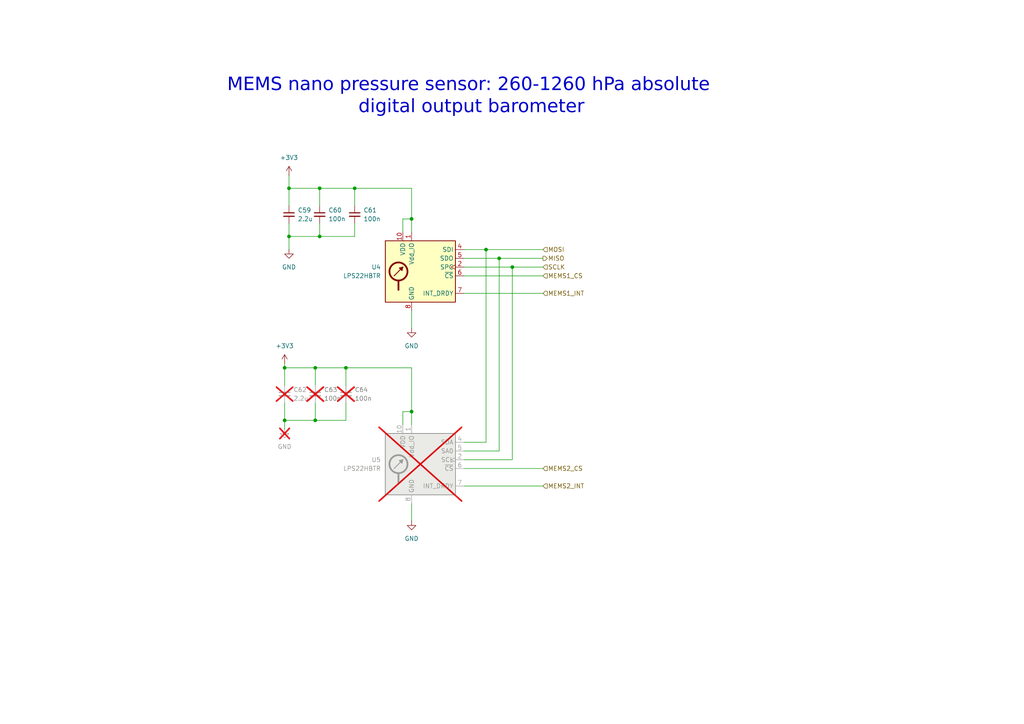
<source format=kicad_sch>
(kicad_sch (version 20250114) (generator "eeschema") (generator_version "9.0")
  (paper "A4")
  (lib_symbols
    (symbol "Device:C_Small" (pin_numbers (hide yes)) (pin_names (offset 0.254) (hide yes))
      (property "Reference" "C" (at 0.254 1.778 0))
      (property "Value" "C_Small" (at 0.254 -2.032 0))
      (symbol "C_Small_0_1"
        (polyline (pts (xy -1.524 0.508) (xy 1.524 0.508)) (stroke (width 0.3048)))
        (polyline (pts (xy -1.524 -0.508) (xy 1.524 -0.508)) (stroke (width 0.3302)))
      )
      (symbol "C_Small_1_1"
        (pin passive line (at 0 2.54 270) (length 2.032) (name "~") (number "1"))
        (pin passive line (at 0 -2.54 90) (length 2.032) (name "~") (number "2"))
      )
    )
    (symbol "Sensor_Pressure:LPS22HB"
      (property "Reference" "U" (at -11.43 1.27 0))
      (property "Value" "LPS22HB" (at -11.43 -1.27 0))
      (symbol "LPS22HB_0_1"
        (rectangle (start -10.16 10.16) (end 10.16 -7.62) (stroke (width 0.254)) (fill (type background)))
        (polyline (pts (xy -7.62 0) (xy -5.08 2.54)) (stroke (width 0.254)))
        (circle (center -6.35 1.27) (radius 2.6162) (stroke (width 0.508)))
        (polyline (pts (xy -6.35 -1.524) (xy -6.35 -4.064)) (stroke (width 0.508)))
        (polyline (pts (xy -5.08 2.54) (xy -5.334 1.524) (xy -6.096 2.286) (xy -5.08 2.54)) (stroke (width 0.254)) (fill (type outline)))
      )
      (symbol "LPS22HB_1_1"
        (pin power_in line (at -5.08 12.7 270) (length 2.54) (name "VDD") (number "10"))
        (pin power_in line (at -2.54 12.7 270) (length 2.54) (name "Vdd_IO") (number "1"))
        (pin passive line (at -2.54 -10.16 90) (length 2.54) (hide yes) (name "GND") (number "3"))
        (pin power_in line (at -2.54 -10.16 90) (length 2.54) (name "GND") (number "8"))
        (pin passive line (at -2.54 -10.16 90) (length 2.54) (hide yes) (name "GND") (number "9"))
        (pin bidirectional line (at 12.7 7.62 180) (length 2.54) (name "SDA") (number "4") (alternate "SDI" input line))
        (pin input line (at 12.7 5.08 180) (length 2.54) (name "SA0") (number "5") (alternate "SDO" output line))
        (pin input clock (at 12.7 2.54 180) (length 2.54) (name "SCL") (number "2") (alternate "SPC" input clock))
        (pin input line (at 12.7 0 180) (length 2.54) (name "~{CS}") (number "6"))
        (pin output line (at 12.7 -5.08 180) (length 2.54) (name "INT_DRDY") (number "7"))
      )
    )
    (symbol "power:+3V3" (power) (pin_numbers (hide yes)) (pin_names (offset 0) (hide yes))
      (property "Value" "+3V3" (at 0 3.556 0))
      (symbol "+3V3_0_1"
        (polyline (pts (xy -0.762 1.27) (xy 0 2.54)))
        (polyline (pts (xy 0 2.54) (xy 0.762 1.27)))
        (polyline (pts (xy 0 0) (xy 0 2.54)))
      )
      (symbol "+3V3_1_1"
        (pin power_in line (at 0 0 90) (length 0) (name "~") (number "1"))
      )
    )
    (symbol "power:GND" (power) (pin_numbers (hide yes)) (pin_names (offset 0) (hide yes))
      (property "Value" "GND" (at 0 -3.81 0))
      (symbol "GND_0_1"
        (polyline (pts (xy 0 0) (xy 0 -1.27) (xy 1.27 -1.27) (xy 0 -2.54) (xy -1.27 -1.27) (xy 0 -1.27)))
      )
      (symbol "GND_1_1"
        (pin power_in line (at 0 0 270) (length 0) (name "~") (number "1"))
      )
    )
  )
  (text "MEMS nano pressure sensor: 260-1260 hPa absolute\n digital output barometer" (at 135.89 28.956 0) (effects (font (size 3.81 3.81))))
  (junction (at 148.59 77.47))
  (junction (at 83.82 68.58))
  (junction (at 119.38 119.38))
  (junction (at 82.55 106.68))
  (junction (at 144.78 74.93))
  (junction (at 119.38 63.5))
  (junction (at 82.55 121.92))
  (junction (at 100.33 106.68))
  (junction (at 92.71 68.58))
  (junction (at 140.97 72.39))
  (junction (at 92.71 54.61))
  (junction (at 102.87 54.61))
  (junction (at 91.44 121.92))
  (junction (at 83.82 54.61))
  (junction (at 91.44 106.68))
  (wire (pts (xy 119.38 63.5) (xy 119.38 54.61)))
  (wire (pts (xy 134.62 74.93) (xy 144.78 74.93)))
  (wire (pts (xy 134.62 128.27) (xy 140.97 128.27)))
  (wire (pts (xy 83.82 54.61) (xy 83.82 50.8)))
  (wire (pts (xy 134.62 72.39) (xy 140.97 72.39)))
  (wire (pts (xy 102.87 64.77) (xy 102.87 68.58)))
  (wire (pts (xy 119.38 151.13) (xy 119.38 146.05)))
  (wire (pts (xy 83.82 68.58) (xy 83.82 72.39)))
  (wire (pts (xy 100.33 106.68) (xy 100.33 111.76)))
  (wire (pts (xy 92.71 68.58) (xy 83.82 68.58)))
  (wire (pts (xy 91.44 106.68) (xy 91.44 111.76)))
  (wire (pts (xy 91.44 106.68) (xy 100.33 106.68)))
  (wire (pts (xy 102.87 54.61) (xy 102.87 59.69)))
  (wire (pts (xy 83.82 54.61) (xy 83.82 59.69)))
  (wire (pts (xy 134.62 85.09) (xy 157.48 85.09)))
  (wire (pts (xy 144.78 130.81) (xy 144.78 74.93)))
  (wire (pts (xy 92.71 54.61) (xy 83.82 54.61)))
  (wire (pts (xy 140.97 128.27) (xy 140.97 72.39)))
  (wire (pts (xy 140.97 72.39) (xy 157.48 72.39)))
  (wire (pts (xy 148.59 77.47) (xy 157.48 77.47)))
  (wire (pts (xy 100.33 116.84) (xy 100.33 121.92)))
  (wire (pts (xy 119.38 123.19) (xy 119.38 119.38)))
  (wire (pts (xy 116.84 67.31) (xy 116.84 63.5)))
  (wire (pts (xy 119.38 90.17) (xy 119.38 95.25)))
  (wire (pts (xy 92.71 64.77) (xy 92.71 68.58)))
  (wire (pts (xy 102.87 54.61) (xy 92.71 54.61)))
  (wire (pts (xy 119.38 67.31) (xy 119.38 63.5)))
  (wire (pts (xy 134.62 133.35) (xy 148.59 133.35)))
  (wire (pts (xy 82.55 106.68) (xy 91.44 106.68)))
  (wire (pts (xy 82.55 105.41) (xy 82.55 106.68)))
  (wire (pts (xy 116.84 119.38) (xy 119.38 119.38)))
  (wire (pts (xy 134.62 140.97) (xy 157.48 140.97)))
  (wire (pts (xy 91.44 121.92) (xy 82.55 121.92)))
  (wire (pts (xy 116.84 63.5) (xy 119.38 63.5)))
  (wire (pts (xy 92.71 54.61) (xy 92.71 59.69)))
  (wire (pts (xy 100.33 121.92) (xy 91.44 121.92)))
  (wire (pts (xy 134.62 130.81) (xy 144.78 130.81)))
  (wire (pts (xy 119.38 119.38) (xy 119.38 106.68)))
  (wire (pts (xy 134.62 77.47) (xy 148.59 77.47)))
  (wire (pts (xy 102.87 68.58) (xy 92.71 68.58)))
  (wire (pts (xy 148.59 133.35) (xy 148.59 77.47)))
  (wire (pts (xy 91.44 116.84) (xy 91.44 121.92)))
  (wire (pts (xy 82.55 116.84) (xy 82.55 121.92)))
  (wire (pts (xy 134.62 80.01) (xy 157.48 80.01)))
  (wire (pts (xy 134.62 135.89) (xy 157.48 135.89)))
  (wire (pts (xy 144.78 74.93) (xy 157.48 74.93)))
  (wire (pts (xy 82.55 121.92) (xy 82.55 124.46)))
  (wire (pts (xy 100.33 106.68) (xy 119.38 106.68)))
  (wire (pts (xy 119.38 54.61) (xy 102.87 54.61)))
  (wire (pts (xy 116.84 123.19) (xy 116.84 119.38)))
  (wire (pts (xy 82.55 111.76) (xy 82.55 106.68)))
  (wire (pts (xy 83.82 64.77) (xy 83.82 68.58)))
  (hierarchical_label "MEMS2_CS" (shape input) (at 157.48 135.89 0))
  (hierarchical_label "MEMS2_INT" (shape input) (at 157.48 140.97 0))
  (hierarchical_label "MOSI" (shape input) (at 157.48 72.39 0))
  (hierarchical_label "MEMS1_CS" (shape input) (at 157.48 80.01 0))
  (hierarchical_label "MEMS1_INT" (shape input) (at 157.48 85.09 0))
  (hierarchical_label "SCLK" (shape input) (at 157.48 77.47 0))
  (hierarchical_label "MISO" (shape output) (at 157.48 74.93 0))
  (symbol (lib_id "power:+3V3") (at 83.82 50.8 0) (unit 1)
    (property "Reference" "#PWR068" (effects (hide yes)))
    (property "Value" "+3V3" (at 83.82 45.72 0))
    (property "Description" "Power symbol creates a global label with name \"+3V3\"" (effects (hide yes)))
  )
  (symbol (lib_id "power:GND") (at 83.82 72.39 0) (unit 1)
    (property "Reference" "#PWR069" (effects (hide yes)))
    (property "Value" "GND" (at 83.82 77.47 0))
    (property "Description" "Power symbol creates a global label with name \"GND\" , ground" (effects (hide yes)))
  )
  (symbol (lib_id "Sensor_Pressure:LPS22HB") (at 121.92 80.01 0) (unit 1)
    (property "Reference" "U4" (at 110.49 77.4699 0) (effects (justify right)))
    (property "Value" "LPS22HBTR" (at 110.49 80.0099 0) (effects (justify right)))
    (property "Footprint" "Package_LGA:ST_HLGA-10_2x2mm_P0.5mm_LayoutBorder3x2y" (effects (hide yes)))
    (property "Datasheet" "https://www.st.com/resource/en/datasheet/lps22hb.pdf" (effects (hide yes)))
    (property "Description" "MEMS nano pressure sensor, 260-1260 hPa, absolute digital output baromeeter, 24 bit, SPI, I2C, 0.0075 hPa noise rms, ST_HLGA-10L" (effects (hide yes)))
    (pin "4" (alternate "SDI"))
    (pin "2" (alternate "SPC"))
    (pin "5" (alternate "SDO"))
  )
  (symbol (lib_id "power:GND") (at 82.55 124.46 0) (unit 1) (dnp yes)
    (property "Reference" "#PWR072" (effects (hide yes)))
    (property "Value" "GND" (at 82.55 129.54 0))
    (property "Description" "Power symbol creates a global label with name \"GND\" , ground" (effects (hide yes)))
  )
  (symbol (lib_id "Device:C_Small") (at 82.55 114.3 0) (unit 1) (dnp yes)
    (property "Reference" "C62" (at 85.09 113.0362 0) (effects (justify left)))
    (property "Value" "2.2u" (at 85.09 115.5762 0) (effects (justify left)))
    (property "Description" "Unpolarized capacitor, small symbol" (effects (hide yes)))
  )
  (symbol (lib_id "power:+3V3") (at 82.55 105.41 0) (unit 1)
    (property "Reference" "#PWR071" (effects (hide yes)))
    (property "Value" "+3V3" (at 82.55 100.33 0))
    (property "Description" "Power symbol creates a global label with name \"+3V3\"" (effects (hide yes)))
  )
  (symbol (lib_id "Device:C_Small") (at 91.44 114.3 0) (unit 1) (dnp yes)
    (property "Reference" "C63" (at 93.98 113.0362 0) (effects (justify left)))
    (property "Value" "100n" (at 93.98 115.5762 0) (effects (justify left)))
    (property "Description" "Unpolarized capacitor, small symbol" (effects (hide yes)))
  )
  (symbol (lib_id "Sensor_Pressure:LPS22HB") (at 121.92 135.89 0) (unit 1) (dnp yes)
    (property "Reference" "U5" (at 110.49 133.3499 0) (effects (justify right)))
    (property "Value" "LPS22HBTR" (at 110.49 135.8899 0) (effects (justify right)))
    (property "Footprint" "Package_LGA:ST_HLGA-10_2x2mm_P0.5mm_LayoutBorder3x2y" (effects (hide yes)))
    (property "Datasheet" "https://www.st.com/resource/en/datasheet/lps22hb.pdf" (effects (hide yes)))
    (property "Description" "MEMS nano pressure sensor, 260-1260 hPa, absolute digital output baromeeter, 24 bit, SPI, I2C, 0.0075 hPa noise rms, ST_HLGA-10L" (effects (hide yes)))
  )
  (symbol (lib_id "power:GND") (at 119.38 95.25 0) (unit 1)
    (property "Reference" "#PWR070" (effects (hide yes)))
    (property "Value" "GND" (at 119.38 100.33 0))
    (property "Description" "Power symbol creates a global label with name \"GND\" , ground" (effects (hide yes)))
  )
  (symbol (lib_id "power:GND") (at 119.38 151.13 0) (unit 1)
    (property "Reference" "#PWR073" (effects (hide yes)))
    (property "Value" "GND" (at 119.38 156.21 0))
    (property "Description" "Power symbol creates a global label with name \"GND\" , ground" (effects (hide yes)))
  )
  (symbol (lib_id "Device:C_Small") (at 100.33 114.3 0) (unit 1) (dnp yes)
    (property "Reference" "C64" (at 102.87 113.0362 0) (effects (justify left)))
    (property "Value" "100n" (at 102.87 115.5762 0) (effects (justify left)))
    (property "Description" "Unpolarized capacitor, small symbol" (effects (hide yes)))
  )
  (symbol (lib_id "Device:C_Small") (at 92.71 62.23 0) (unit 1)
    (property "Reference" "C60" (at 95.25 60.9662 0) (effects (justify left)))
    (property "Value" "100n" (at 95.25 63.5062 0) (effects (justify left)))
    (property "Description" "Unpolarized capacitor, small symbol" (effects (hide yes)))
  )
  (symbol (lib_id "Device:C_Small") (at 102.87 62.23 0) (unit 1)
    (property "Reference" "C61" (at 105.41 60.9662 0) (effects (justify left)))
    (property "Value" "100n" (at 105.41 63.5062 0) (effects (justify left)))
    (property "Description" "Unpolarized capacitor, small symbol" (effects (hide yes)))
  )
  (symbol (lib_id "Device:C_Small") (at 83.82 62.23 0) (unit 1)
    (property "Reference" "C59" (at 86.36 60.9662 0) (effects (justify left)))
    (property "Value" "2.2u" (at 86.36 63.5062 0) (effects (justify left)))
    (property "Description" "Unpolarized capacitor, small symbol" (effects (hide yes)))
  )
)
</source>
